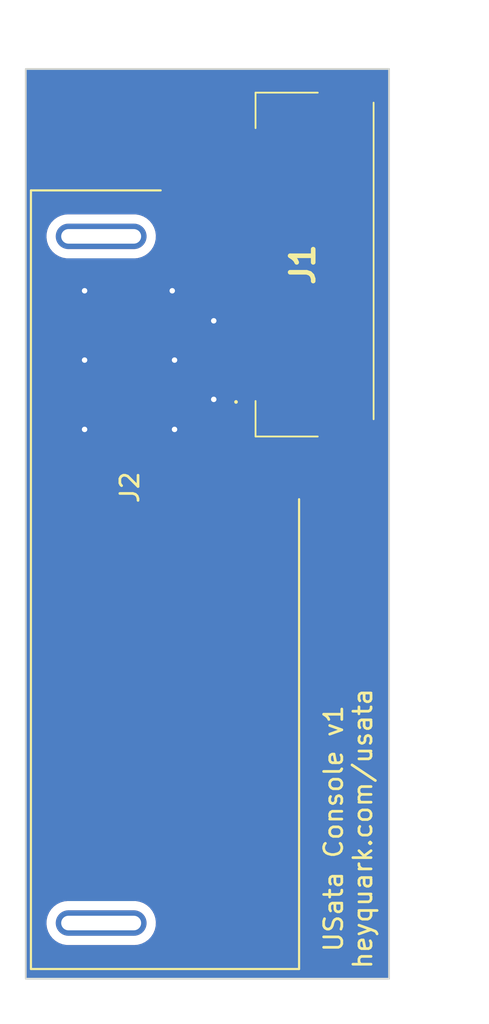
<source format=kicad_pcb>
(kicad_pcb (version 20221018) (generator pcbnew)
  (title_block (title "USata Console Adapter") (date "2022-01-10") (rev "0") (company "Ash Logan"))
  (layers (0 "F.Cu" signal) (31 "B.Cu" signal) (34 "B.Paste" user) (35 "F.Paste" user) (36 "B.SilkS" user "B.Silkscreen") (37 "F.SilkS" user "F.Silkscreen") (38 "B.Mask" user) (39 "F.Mask" user) (44 "Edge.Cuts" user))
  (net 0 "")
  (net 6 "GND")
  (net 8 "/3.3v unused")
  (net 10 "+5V")
  (net 13 "+12V")
  (net 14 "/A+")
  (net 15 "/A-")
  (net 16 "/B-")
  (net 17 "/B+")
  (footprint "2022-08-04_04-39-13:2023246-2" (layer "F.Cu") (at 45.6246 52.245794 -90)
    (fp_text reference "J2" (at 10.75 -0.1 -90) (layer "F.SilkS"))
    (fp_text value "2023246-2" hide)
    (fp_line (start -5.572798 -1.8) (end -5.572798 5.3416) (stroke (width 0.12)) (layer "F.SilkS"))
    (fp_line (start -5.572798 5.3416) (end 37.221198 5.3416) (stroke (width 0.12)) (layer "F.SilkS"))
    (fp_line (start 37.221198 -9.422399) (end 11.4 -9.422399) (stroke (width 0.12)) (layer "F.SilkS"))
    (fp_line (start 37.221198 5.3416) (end 37.221198 -9.422399) (stroke (width 0.12)) (layer "F.SilkS"))
    (pad "23" thru_hole oval (at -3.045803 1.4746) (size 5 1.4) (drill oval 4.4 0.8) (layers "*.Cu" "*.Mask"))
    (pad "24" thru_hole oval (at 34.694203 1.4746) (size 5 1.4) (drill oval 4.4 0.8) (layers "*.Cu" "*.Mask"))
    (pad "P1" smd rect (at 13.924194 -0.0254 270) (size 0.9 2.4) (layers "F.Cu" "F.Paste" "F.Mask"))
    (pad "P2" smd rect (at 15.194194 -0.0254 270) (size 0.9 2.4) (layers "F.Cu" "F.Paste" "F.Mask"))
    (pad "P3" smd rect (at 16.464194 -0.0254 270) (size 0.9 2.4) (layers "F.Cu" "F.Paste" "F.Mask"))
    (pad "P4" smd rect (at 17.734194 0.4746 270) (size 0.9 2.4) (layers "F.Cu" "F.Paste" "F.Mask") (net 6 "GND"))
    (pad "P5" smd rect (at 19.004194 -0.0254 270) (size 0.9 2.4) (layers "F.Cu" "F.Paste" "F.Mask") (net 6 "GND"))
    (pad "P6" smd rect (at 20.274194 -0.0254 270) (size 0.9 2.4) (layers "F.Cu" "F.Paste" "F.Mask") (net 6 "GND"))
    (pad "P7" smd rect (at 21.544194 -0.0254 270) (size 0.9 2.4) (layers "F.Cu" "F.Paste" "F.Mask") (net 10 "+5V"))
    (pad "P8" smd rect (at 22.814194 -0.0254 270) (size 0.9 2.4) (layers "F.Cu" "F.Paste" "F.Mask") (net 10 "+5V"))
    (pad "P9" smd rect (at 24.084194 -0.0254 270) (size 0.9 2.4) (layers "F.Cu" "F.Paste" "F.Mask") (net 10 "+5V"))
    (pad "P10" smd rect (at 25.354194 -0.0254 270) (size 0.9 2.4) (layers "F.Cu" "F.Paste" "F.Mask") (net 6 "GND"))
    (pad "P11" smd rect (at 26.624194 -0.0254 270) (size 0.9 2.4) (layers "F.Cu" "F.Paste" "F.Mask") (net 6 "GND"))
    (pad "P12" smd rect (at 27.894194 0.4746 270) (size 0.9 2.4) (layers "F.Cu" "F.Paste" "F.Mask") (net 6 "GND"))
    (pad "P13" smd rect (at 29.164194 -0.0254 270) (size 0.9 2.4) (layers "F.Cu" "F.Paste" "F.Mask") (net 13 "+12V"))
    (pad "P14" smd rect (at 30.434194 -0.0254 270) (size 0.9 2.4) (layers "F.Cu" "F.Paste" "F.Mask") (net 13 "+12V"))
    (pad "P15" smd rect (at 31.704194 -0.0254 270) (size 0.9 2.4) (layers "F.Cu" "F.Paste" "F.Mask") (net 13 "+12V"))
    (pad "S1" smd rect (at -0.055794 -0.0254 270) (size 0.9 2.4) (layers "F.Cu" "F.Paste" "F.Mask") (net 6 "GND"))
    (pad "S2" smd rect (at 1.214206 -0.0254 270) (size 0.9 2.4) (layers "F.Cu" "F.Paste" "F.Mask") (net 14 "/A+"))
    (pad "S3" smd rect (at 2.484206 -0.0254 270) (size 0.9 2.4) (layers "F.Cu" "F.Paste" "F.Mask") (net 15 "/A-"))
    (pad "S4" smd rect (at 3.754206 -0.0254 270) (size 0.9 2.4) (layers "F.Cu" "F.Paste" "F.Mask") (net 6 "GND"))
    (pad "S5" smd rect (at 5.024206 -0.0254 270) (size 0.9 2.4) (layers "F.Cu" "F.Paste" "F.Mask") (net 16 "/B-"))
    (pad "S6" smd rect (at 6.294206 -0.0254 270) (size 0.9 2.4) (layers "F.Cu" "F.Paste" "F.Mask") (net 17 "/B+"))
    (pad "S7" smd rect (at 7.564206 -0.0254 270) (size 0.9 2.4) (layers "F.Cu" "F.Paste" "F.Mask") (net 6 "GND"))
  )
  (footprint "FPC Connector:FH28K28S05SH" (layer "F.Cu") (at 55.575 50.75 90)
    (fp_text reference "J1" (at 0 -0.325 90) (layer "F.SilkS") (effects (font (size 1.27 1.27) (thickness 0.254))))
    (fp_text value "FH28K-28S-0.5SH" hide)
    (fp_line (start -9.45 -2.925) (end -7.5 -2.925) (stroke (width 0.1)) (layer "F.SilkS"))
    (fp_line (start -9.45 0.5) (end -9.45 -2.925) (stroke (width 0.1)) (layer "F.SilkS"))
    (fp_line (start -8.5 3.575) (end 8.9 3.575) (stroke (width 0.1)) (layer "F.SilkS"))
    (fp_line (start -7.6 -4) (end -7.6 -4) (stroke (width 0.1)) (layer "F.SilkS"))
    (fp_line (start -7.5 -4) (end -7.5 -4) (stroke (width 0.1)) (layer "F.SilkS"))
    (fp_line (start 7.5 -2.925) (end 9.45 -2.925) (stroke (width 0.1)) (layer "F.SilkS"))
    (fp_line (start 9.45 -2.925) (end 9.45 0.5) (stroke (width 0.1)) (layer "F.SilkS"))
    (fp_arc (start -7.6 -4) (mid -7.55 -4.05) (end -7.5 -4) (stroke (width 0.1)) (layer "F.SilkS"))
    (fp_arc (start -7.5 -4) (mid -7.55 -3.95) (end -7.6 -4) (stroke (width 0.1)) (layer "F.SilkS"))
    (pad "1" smd rect (at -6.75 -3.575 90) (size 0.3 1.3) (layers "F.Cu" "F.Paste" "F.Mask") (net 6 "GND"))
    (pad "2" smd rect (at -6.25 -3.575 90) (size 0.3 1.3) (layers "F.Cu" "F.Paste" "F.Mask") (net 17 "/B+"))
    (pad "3" smd rect (at -5.75 -3.575 90) (size 0.3 1.3) (layers "F.Cu" "F.Paste" "F.Mask") (net 16 "/B-"))
    (pad "4" smd rect (at -5.25 -3.575 90) (size 0.3 1.3) (layers "F.Cu" "F.Paste" "F.Mask") (net 6 "GND"))
    (pad "5" smd rect (at -4.75 -3.575 90) (size 0.3 1.3) (layers "F.Cu" "F.Paste" "F.Mask") (net 15 "/A-"))
    (pad "6" smd rect (at -4.25 -3.575 90) (size 0.3 1.3) (layers "F.Cu" "F.Paste" "F.Mask") (net 14 "/A+"))
    (pad "7" smd rect (at -3.75 -3.575 90) (size 0.3 1.3) (layers "F.Cu" "F.Paste" "F.Mask") (net 6 "GND"))
    (pad "8" smd rect (at -3.25 -3.575 90) (size 0.3 1.3) (layers "F.Cu" "F.Paste" "F.Mask"))
    (pad "9" smd rect (at -2.75 -3.575 90) (size 0.3 1.3) (layers "F.Cu" "F.Paste" "F.Mask"))
    (pad "10" smd rect (at -2.25 -3.575 90) (size 0.3 1.3) (layers "F.Cu" "F.Paste" "F.Mask"))
    (pad "11" smd rect (at -1.75 -3.575 90) (size 0.3 1.3) (layers "F.Cu" "F.Paste" "F.Mask"))
    (pad "12" smd rect (at -1.25 -3.575 90) (size 0.3 1.3) (layers "F.Cu" "F.Paste" "F.Mask"))
    (pad "13" smd rect (at -0.75 -3.575 90) (size 0.3 1.3) (layers "F.Cu" "F.Paste" "F.Mask") (net 6 "GND"))
    (pad "14" smd rect (at -0.25 -3.575 90) (size 0.3 1.3) (layers "F.Cu" "F.Paste" "F.Mask"))
    (pad "15" smd rect (at 0.25 -3.575 90) (size 0.3 1.3) (layers "F.Cu" "F.Paste" "F.Mask") (net 8 "/3.3v unused"))
    (pad "16" smd rect (at 0.75 -3.575 90) (size 0.3 1.3) (layers "F.Cu" "F.Paste" "F.Mask") (net 6 "GND"))
    (pad "17" smd rect (at 1.25 -3.575 90) (size 0.3 1.3) (layers "F.Cu" "F.Paste" "F.Mask") (net 6 "GND"))
    (pad "18" smd rect (at 1.75 -3.575 90) (size 0.3 1.3) (layers "F.Cu" "F.Paste" "F.Mask"))
    (pad "19" smd rect (at 2.25 -3.575 90) (size 0.3 1.3) (layers "F.Cu" "F.Paste" "F.Mask") (net 10 "+5V"))
    (pad "20" smd rect (at 2.75 -3.575 90) (size 0.3 1.3) (layers "F.Cu" "F.Paste" "F.Mask") (net 10 "+5V"))
    (pad "21" smd rect (at 3.25 -3.575 90) (size 0.3 1.3) (layers "F.Cu" "F.Paste" "F.Mask") (net 10 "+5V"))
    (pad "22" smd rect (at 3.75 -3.575 90) (size 0.3 1.3) (layers "F.Cu" "F.Paste" "F.Mask"))
    (pad "23" smd rect (at 4.25 -3.575 90) (size 0.3 1.3) (layers "F.Cu" "F.Paste" "F.Mask") (net 6 "GND"))
    (pad "24" smd rect (at 4.75 -3.575 90) (size 0.3 1.3) (layers "F.Cu" "F.Paste" "F.Mask") (net 6 "GND"))
    (pad "25" smd rect (at 5.25 -3.575 90) (size 0.3 1.3) (layers "F.Cu" "F.Paste" "F.Mask"))
    (pad "26" smd rect (at 5.75 -3.575 90) (size 0.3 1.3) (layers "F.Cu" "F.Paste" "F.Mask") (net 13 "+12V"))
    (pad "27" smd rect (at 6.25 -3.575 90) (size 0.3 1.3) (layers "F.Cu" "F.Paste" "F.Mask") (net 13 "+12V"))
    (pad "28" smd rect (at 6.75 -3.575 90) (size 0.3 1.3) (layers "F.Cu" "F.Paste" "F.Mask") (net 13 "+12V"))
    (pad "MP1" smd rect (at -8.9 2.075 90) (size 1.8 2.2) (layers "F.Cu" "F.Paste" "F.Mask"))
    (pad "MP2" smd rect (at 8.9 2.075 90) (size 1.8 2.2) (layers "F.Cu" "F.Paste" "F.Mask"))
  )
  (gr_rect (start 40 40) (end 60 90) (stroke (width 0.1)) (fill none) (layer "Edge.Cuts"))
  (gr_text "USata Console v1\nheyquark.com/usata" (at 57.75 81.75 90) (layer "F.SilkS") (effects (font (size 1 1))))
  (segment (start 45.65 69.937025) (end 45.65 71.007037) (width 0.508) (layer "F.Cu") (net 6))
  (segment (start 49.25 56) (end 52 56) (width 0.1524) (layer "F.Cu") (net 6))
  (segment (start 51 54.5) (end 50.75 54.25) (width 0.1524) (layer "F.Cu") (net 6))
  (segment (start 52 51.5) (end 50.5 51.5) (width 0.25) (layer "F.Cu") (net 6))
  (segment (start 45.65 78.869988) (end 45.65 79.94) (width 0.508) (layer "F.Cu") (net 6))
  (segment (start 52 46.25) (end 50.75 46.25) (width 0.75) (layer "F.Cu") (net 6))
  (segment (start 52 54.5) (end 51 54.5) (width 0.1524) (layer "F.Cu") (net 6))
  (segment (start 52 58.5) (end 52 57.6) (width 0.3) (layer "F.Cu") (net 6))
  (segment (start 52 57.5) (end 51 57.5) (width 0.1524) (layer "F.Cu") (net 6))
  (segment (start 52 49.75) (end 50.75 49.75) (width 0.75) (layer "F.Cu") (net 6))
  (segment (start 51 57.5) (end 50.75 57.75) (width 0.1524) (layer "F.Cu") (net 6))
  (via (at 43.237 59.81) (size 0.6) (drill 0.3) (layers "F.Cu" "B.Cu") (net 6))
  (via (at 50.349 53.841) (size 0.6) (drill 0.3) (layers "F.Cu" "B.Cu") (net 6))
  (via (at 48.19 59.81) (size 0.6) (drill 0.3) (layers "F.Cu" "B.Cu") (net 6))
  (via (at 50.349 58.159) (size 0.6) (drill 0.3) (layers "F.Cu" "B.Cu") (net 6))
  (via (at 48.19 56) (size 0.6) (drill 0.3) (layers "F.Cu" "B.Cu") (net 6))
  (via (at 43.237 56) (size 0.6) (drill 0.3) (layers "F.Cu" "B.Cu") (net 6))
  (via (at 43.237 52.19) (size 0.6) (drill 0.3) (layers "F.Cu" "B.Cu") (net 6))
  (via (at 48.063 52.19) (size 0.6) (drill 0.3) (layers "F.Cu" "B.Cu") (net 6))
  (segment (start 46.92 75.059988) (end 45.65 75.059988) (width 1.25) (layer "F.Cu") (net 10))
  (segment (start 54 67.979988) (end 46.92 75.059988) (width 1.25) (layer "F.Cu") (net 10))
  (segment (start 52 48) (end 53.3548 48) (width 1.25) (layer "F.Cu") (net 10))
  (segment (start 54 48.6452) (end 54 67.979988) (width 1.25) (layer "F.Cu") (net 10))
  (segment (start 45.65 74) (end 45.65 76) (width 1.25) (layer "F.Cu") (net 10))
  (segment (start 53.3548 48) (end 54 48.6452) (width 1.25) (layer "F.Cu") (net 10))
  (segment (start 55.5 72.829988) (end 45.65 82.679988) (width 1.25) (layer "F.Cu") (net 13))
  (segment (start 52 44.5) (end 53.3548 44.5) (width 1.25) (layer "F.Cu") (net 13))
  (segment (start 55.5 46.6452) (end 55.5 72.829988) (width 1.25) (layer "F.Cu") (net 13))
  (segment (start 45.65 83.5) (end 45.65 81.8) (width 1.25) (layer "F.Cu") (net 13))
  (segment (start 53.3548 44.5) (end 55.5 46.6452) (width 1.25) (layer "F.Cu") (net 13))
  (segment (start 47.450001 53.46) (end 47.932601 53.9426) (width 0.1524) (layer "F.Cu") (net 14))
  (segment (start 48.658128 53.9426) (end 49.715528 55) (width 0.1524) (layer "F.Cu") (net 14))
  (segment (start 47.932601 53.9426) (end 48.658128 53.9426) (width 0.1524) (layer "F.Cu") (net 14))
  (segment (start 45.65 53.46) (end 47.450001 53.46) (width 0.1524) (layer "F.Cu") (net 14))
  (segment (start 49.715528 55) (end 52 55) (width 0.1524) (layer "F.Cu") (net 14))
  (segment (start 47.932601 54.2474) (end 48.531872 54.2474) (width 0.1524) (layer "F.Cu") (net 15))
  (segment (start 49.784472 55.5) (end 52 55.5) (width 0.1524) (layer "F.Cu") (net 15))
  (segment (start 47.450001 54.73) (end 47.932601 54.2474) (width 0.1524) (layer "F.Cu") (net 15))
  (segment (start 45.65 54.73) (end 47.450001 54.73) (width 0.1524) (layer "F.Cu") (net 15))
  (segment (start 48.531872 54.2474) (end 49.784472 55.5) (width 0.1524) (layer "F.Cu") (net 15))
  (segment (start 47.450001 57.27) (end 45.65 57.27) (width 0.1524) (layer "F.Cu") (net 16))
  (segment (start 48.531872 57.7526) (end 47.932601 57.7526) (width 0.1524) (layer "F.Cu") (net 16))
  (segment (start 52 56.5) (end 49.784472 56.5) (width 0.1524) (layer "F.Cu") (net 16))
  (segment (start 49.784472 56.5) (end 48.531872 57.7526) (width 0.1524) (layer "F.Cu") (net 16))
  (segment (start 47.932601 57.7526) (end 47.450001 57.27) (width 0.1524) (layer "F.Cu") (net 16))
  (segment (start 49.715528 57) (end 48.658128 58.0574) (width 0.1524) (layer "F.Cu") (net 17))
  (segment (start 47.932601 58.0574) (end 47.450001 58.54) (width 0.1524) (layer "F.Cu") (net 17))
  (segment (start 47.450001 58.54) (end 45.65 58.54) (width 0.1524) (layer "F.Cu") (net 17))
  (segment (start 52 57) (end 49.715528 57) (width 0.1524) (layer "F.Cu") (net 17))
  (segment (start 48.658128 58.0574) (end 47.932601 58.0574) (width 0.1524) (layer "F.Cu") (net 17))
  (zone (net 0) (net_name "") (layer "F.Cu") (connect_pads (clearance 0)) (min_thickness 0.25)
    (keepout (tracks allowed) (vias allowed) (pads allowed) (copperpour not_allowed) (footprints allowed))
    (fill (thermal_gap 0.5) (thermal_bridge_width 0.5))
    (polygon (pts (xy 52.889 45.332) (xy 54.667 47.11) (xy 54.667 47.999) (xy 52.889 46.475)))
  )
  (zone (net 6) (net_name "GND") (layer "F.Cu") (connect_pads (clearance 0.508)) (min_thickness 0.254) (fill yes (thermal_gap 0.508) (thermal_bridge_width 0.508))
    (polygon (pts (xy 62.5583 92.188) (xy 38.69 92.52) (xy 38.58 38.45) (xy 62.2983 38.568)))
  )
  (zone (net 0) (net_name "") (layer "F.Cu") (connect_pads (clearance 0)) (min_thickness 0.25)
    (keepout (tracks allowed) (vias allowed) (pads allowed) (copperpour not_allowed) (footprints allowed))
    (fill (thermal_gap 0.5) (thermal_bridge_width 0.5))
    (polygon (pts (xy 54.54 68.954) (xy 54.54 72.51) (xy 47.301 79.622) (xy 47.301 75.939)))
  )
  (zone (net 6) (net_name "GND") (layer "B.Cu") (connect_pads (clearance 0.508)) (min_thickness 0.254) (fill yes (thermal_gap 0.508) (thermal_bridge_width 0.254))
    (polygon (pts (xy 61.65 92.15) (xy 39.11 91.81) (xy 39.45 38.62) (xy 60.45 38.62)))
  )
)
</source>
